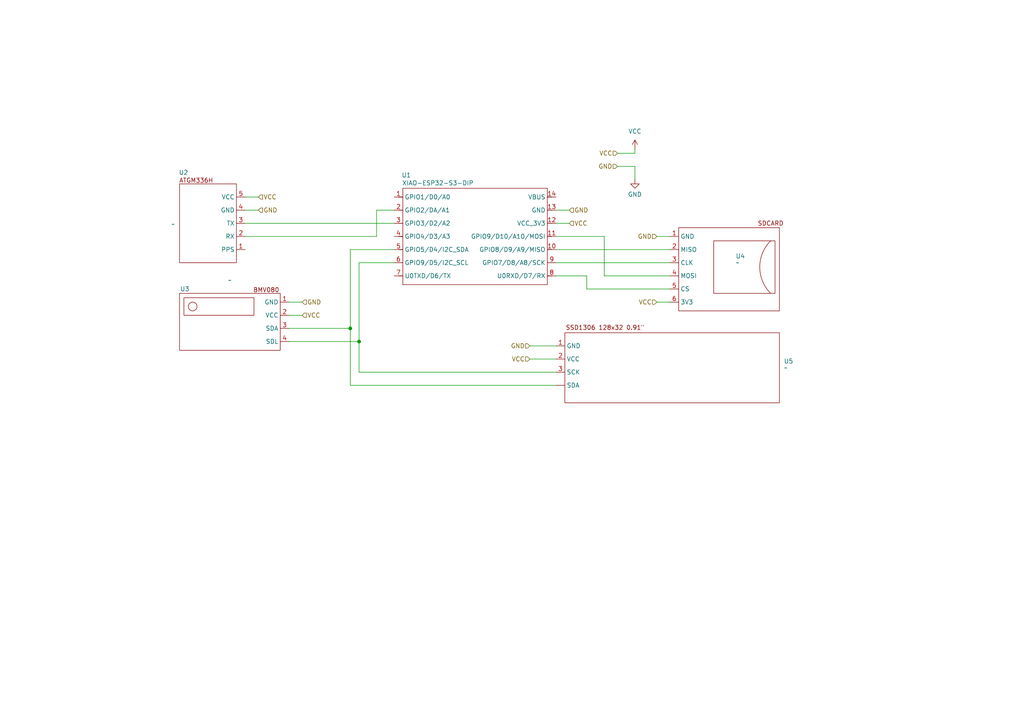
<source format=kicad_sch>
(kicad_sch (version 20250114) (generator "eeschema") (generator_version "9.0")
  (paper "A4")
  (lib_symbols
    (symbol "ParticulateMatters:ATGM336H"
      (property "Reference" "U" (at 0.508 1.27 0))
      (symbol "ATGM336H_0_1"
        (rectangle (start 0 0) (end 16.51 -22.86))
      )
      (symbol "ATGM336H_1_1"
        (text "ATGM336H" (at 11.684 1.016 0) (effects (font (size 1.27 1.27))))
        (pin passive line (at -2.54 -3.81 0) (length 2.54) (name "VCC") (number "5"))
        (pin passive line (at -2.54 -7.62 0) (length 2.54) (name "GND") (number "4"))
        (pin passive line (at -2.54 -11.43 0) (length 2.54) (name "TX") (number "3"))
        (pin passive line (at -2.54 -15.24 0) (length 2.54) (name "RX") (number "2"))
        (pin passive line (at -2.54 -19.05 0) (length 2.54) (name "PPS") (number "1"))
      )
    )
    (symbol "ParticulateMatters:BMV080"
      (property "Reference" "U" (at 0.762 1.016 0))
      (symbol "BMV080_0_1"
        (rectangle (start 0 0) (end 29.21 -16.51))
        (rectangle (start 1.27 -1.27) (end 21.59 -6.35))
        (circle (center 3.81 -3.81) (radius 1.27))
      )
      (symbol "BMV080_1_1"
        (text "BMV080" (at 25.146 1.016 0) (effects (font (size 1.27 1.27))))
        (pin passive line (at 31.75 -2.54 180) (length 2.54) (name "GND") (number "1"))
        (pin passive line (at 31.75 -6.35 180) (length 2.54) (name "VCC") (number "2"))
        (pin passive line (at 31.75 -10.16 180) (length 2.54) (name "SDA") (number "3"))
        (pin passive line (at 31.75 -13.97 180) (length 2.54) (name "SDL") (number "4"))
      )
    )
    (symbol "ParticulateMatters:SD_CARD"
      (property "Reference" "U" (at 0.254 1.016 0))
      (symbol "SD_CARD_0_1"
        (rectangle (start 0 0) (end 29.21 -24.13))
        (rectangle (start 10.16 -3.81) (end 27.94 -19.05))
        (arc (start 26.67 -19.05) (mid 23.5137 -11.43) (end 26.67 -3.81))
      )
      (symbol "SD_CARD_1_1"
        (text "SDCARD" (at 26.67 1.27 0) (effects (font (size 1.27 1.27))))
        (pin passive line (at -2.54 -2.54 0) (length 2.54) (name "GND") (number "1"))
        (pin passive line (at -2.54 -6.35 0) (length 2.54) (name "MISO") (number "2"))
        (pin passive line (at -2.54 -10.16 0) (length 2.54) (name "CLK") (number "3"))
        (pin passive line (at -2.54 -13.97 0) (length 2.54) (name "MOSI") (number "4"))
        (pin passive line (at -2.54 -17.78 0) (length 2.54) (name "CS") (number "5"))
        (pin passive line (at -2.54 -21.59 0) (length 2.54) (name "3V3") (number "6"))
      )
    )
    (symbol "ParticulateMatters:SSD1306_128x32_0.91"
      (property "Reference" "U" (at 1.016 1.27 0))
      (symbol "SSD1306_128x32_0.91_0_1"
        (rectangle (start 0 0) (end 62.23 -20.32))
      )
      (symbol "SSD1306_128x32_0.91_1_1"
        (text "SSD1306 128x32 0.91\"" (at 50.546 1.524 0) (effects (font (size 1.27 1.27))))
        (pin passive line (at 64.77 -3.81 180) (length 2.54) (name "GND") (number "1"))
        (pin passive line (at 64.77 -7.62 180) (length 2.54) (name "VCC") (number "2"))
        (pin passive line (at 64.77 -11.43 180) (length 2.54) (name "SCK") (number "3"))
        (pin passive line (at 64.77 -15.24 180) (length 2.54) (name "SDA") (number ""))
      )
    )
    (symbol "Seeed_Studio_XIAO_Series:XIAO-ESP32-S3-DIP"
      (property "Reference" "U" (at 1.27 0.508 0))
      (property "Value" "XIAO-ESP32-S3-DIP" (at 9.652 -1.778 0))
      (symbol "XIAO-ESP32-S3-DIP_1_0"
        (polyline (pts (xy 0 -2.54) (xy 41.91 -2.54)) (stroke (width 0.1524)))
        (polyline (pts (xy 0 -5.08) (xy -1.27 -5.08)) (stroke (width 0.1524)))
        (polyline (pts (xy 0 -5.08) (xy 0 -2.54)) (stroke (width 0.1524)))
        (polyline (pts (xy 0 -8.89) (xy -1.27 -8.89)) (stroke (width 0.1524)))
        (polyline (pts (xy 0 -8.89) (xy 0 -5.08)) (stroke (width 0.1524)))
        (polyline (pts (xy 0 -12.7) (xy -1.27 -12.7)) (stroke (width 0.1524)))
        (polyline (pts (xy 0 -12.7) (xy 0 -8.89)) (stroke (width 0.1524)))
        (polyline (pts (xy 0 -16.51) (xy -1.27 -16.51)) (stroke (width 0.1524)))
        (polyline (pts (xy 0 -16.51) (xy 0 -12.7)) (stroke (width 0.1524)))
        (polyline (pts (xy 0 -20.32) (xy -1.27 -20.32)) (stroke (width 0.1524)))
        (polyline (pts (xy 0 -24.13) (xy -1.27 -24.13)) (stroke (width 0.1524)))
        (polyline (pts (xy 0 -27.94) (xy -1.27 -27.94)) (stroke (width 0.1524)))
        (polyline (pts (xy 0 -30.48) (xy 0 -16.51)) (stroke (width 0.1524)))
        (polyline (pts (xy 41.91 -2.54) (xy 41.91 -5.08)) (stroke (width 0.1524)))
        (polyline (pts (xy 41.91 -5.08) (xy 41.91 -8.89)) (stroke (width 0.1524)))
        (polyline (pts (xy 41.91 -8.89) (xy 41.91 -12.7)) (stroke (width 0.1524)))
        (polyline (pts (xy 41.91 -12.7) (xy 41.91 -30.48)) (stroke (width 0.1524)))
        (polyline (pts (xy 41.91 -30.48) (xy 0 -30.48)) (stroke (width 0.1524)))
        (polyline (pts (xy 43.18 -5.08) (xy 41.91 -5.08)) (stroke (width 0.1524)))
        (polyline (pts (xy 43.18 -8.89) (xy 41.91 -8.89)) (stroke (width 0.1524)))
        (polyline (pts (xy 43.18 -12.7) (xy 41.91 -12.7)) (stroke (width 0.1524)))
        (polyline (pts (xy 43.18 -16.51) (xy 41.91 -16.51)) (stroke (width 0.1524)))
        (polyline (pts (xy 43.18 -20.32) (xy 41.91 -20.32)) (stroke (width 0.1524)))
        (polyline (pts (xy 43.18 -24.13) (xy 41.91 -24.13)) (stroke (width 0.1524)))
        (polyline (pts (xy 43.18 -27.94) (xy 41.91 -27.94)) (stroke (width 0.1524)))
        (pin passive line (at -2.54 -5.08 0) (length 2.54) (name "GPIO1/D0/A0") (number "1"))
        (pin passive line (at -2.54 -8.89 0) (length 2.54) (name "GPIO2/DA/A1") (number "2"))
        (pin passive line (at -2.54 -12.7 0) (length 2.54) (name "GPIO3/D2/A2") (number "3"))
        (pin passive line (at -2.54 -16.51 0) (length 2.54) (name "GPIO4/D3/A3") (number "4"))
        (pin passive line (at -2.54 -20.32 0) (length 2.54) (name "GPIO5/D4/I2C_SDA") (number "5"))
        (pin passive line (at -2.54 -24.13 0) (length 2.54) (name "GPIO9/D5/I2C_SCL") (number "6"))
        (pin passive line (at -2.54 -27.94 0) (length 2.54) (name "U0TXD/D6/TX") (number "7"))
        (pin passive line (at 44.45 -5.08 180) (length 2.54) (name "VBUS") (number "14"))
        (pin passive line (at 44.45 -8.89 180) (length 2.54) (name "GND") (number "13"))
        (pin passive line (at 44.45 -12.7 180) (length 2.54) (name "VCC_3V3") (number "12"))
        (pin passive line (at 44.45 -16.51 180) (length 2.54) (name "GPIO9/D10/A10/MOSI") (number "11"))
        (pin passive line (at 44.45 -20.32 180) (length 2.54) (name "GPIO8/D9/A9/MISO") (number "10"))
        (pin passive line (at 44.45 -24.13 180) (length 2.54) (name "GPIO7/D8/A8/SCK") (number "9"))
        (pin passive line (at 44.45 -27.94 180) (length 2.54) (name "U0RXD/D7/RX") (number "8"))
      )
    )
    (symbol "power:GND" (power) (pin_numbers (hide yes)) (pin_names (offset 0) (hide yes))
      (property "Value" "GND" (at 0 -3.81 0))
      (symbol "GND_0_1"
        (polyline (pts (xy 0 0) (xy 0 -1.27) (xy 1.27 -1.27) (xy 0 -2.54) (xy -1.27 -1.27) (xy 0 -1.27)))
      )
      (symbol "GND_1_1"
        (pin power_in line (at 0 0 270) (length 0) (name "~") (number "1"))
      )
    )
    (symbol "power:VCC" (power) (pin_numbers (hide yes)) (pin_names (offset 0) (hide yes))
      (property "Value" "VCC" (at 0 3.556 0))
      (symbol "VCC_0_1"
        (polyline (pts (xy -0.762 1.27) (xy 0 2.54)))
        (polyline (pts (xy 0 2.54) (xy 0.762 1.27)))
        (polyline (pts (xy 0 0) (xy 0 2.54)))
      )
      (symbol "VCC_1_1"
        (pin power_in line (at 0 0 90) (length 0) (name "~") (number "1"))
      )
    )
  )
  (junction (at 104.14 99.06))
  (junction (at 101.6 95.25))
  (wire (pts (xy 104.14 99.06) (xy 83.82 99.06)))
  (wire (pts (xy 71.12 60.96) (xy 74.93 60.96)))
  (wire (pts (xy 161.29 111.76) (xy 101.6 111.76)))
  (wire (pts (xy 161.29 76.2) (xy 194.31 76.2)))
  (wire (pts (xy 101.6 95.25) (xy 83.82 95.25)))
  (wire (pts (xy 101.6 72.39) (xy 101.6 95.25)))
  (wire (pts (xy 71.12 57.15) (xy 74.93 57.15)))
  (wire (pts (xy 71.12 64.77) (xy 114.3 64.77)))
  (wire (pts (xy 179.07 48.26) (xy 184.15 48.26)))
  (wire (pts (xy 104.14 76.2) (xy 114.3 76.2)))
  (wire (pts (xy 153.67 100.33) (xy 161.29 100.33)))
  (wire (pts (xy 153.67 104.14) (xy 161.29 104.14)))
  (wire (pts (xy 161.29 68.58) (xy 175.26 68.58)))
  (wire (pts (xy 104.14 76.2) (xy 104.14 99.06)))
  (wire (pts (xy 190.5 87.63) (xy 194.31 87.63)))
  (wire (pts (xy 83.82 91.44) (xy 87.63 91.44)))
  (wire (pts (xy 101.6 111.76) (xy 101.6 95.25)))
  (wire (pts (xy 170.18 83.82) (xy 170.18 80.01)))
  (wire (pts (xy 190.5 68.58) (xy 194.31 68.58)))
  (wire (pts (xy 170.18 83.82) (xy 194.31 83.82)))
  (wire (pts (xy 161.29 107.95) (xy 104.14 107.95)))
  (wire (pts (xy 161.29 72.39) (xy 194.31 72.39)))
  (wire (pts (xy 101.6 72.39) (xy 114.3 72.39)))
  (wire (pts (xy 83.82 87.63) (xy 87.63 87.63)))
  (wire (pts (xy 175.26 80.01) (xy 194.31 80.01)))
  (wire (pts (xy 161.29 60.96) (xy 165.1 60.96)))
  (wire (pts (xy 170.18 80.01) (xy 161.29 80.01)))
  (wire (pts (xy 109.22 68.58) (xy 109.22 60.96)))
  (wire (pts (xy 109.22 60.96) (xy 114.3 60.96)))
  (wire (pts (xy 161.29 64.77) (xy 165.1 64.77)))
  (wire (pts (xy 184.15 48.26) (xy 184.15 52.07)))
  (wire (pts (xy 184.15 44.45) (xy 179.07 44.45)))
  (wire (pts (xy 71.12 68.58) (xy 109.22 68.58)))
  (wire (pts (xy 184.15 43.18) (xy 184.15 44.45)))
  (wire (pts (xy 104.14 107.95) (xy 104.14 99.06)))
  (wire (pts (xy 175.26 68.58) (xy 175.26 80.01)))
  (hierarchical_label "GND" (shape input) (at 153.67 100.33 180))
  (hierarchical_label "GND" (shape input) (at 74.93 60.96 0))
  (hierarchical_label "GND" (shape input) (at 165.1 60.96 0))
  (hierarchical_label "VCC" (shape input) (at 153.67 104.14 180))
  (hierarchical_label "GND" (shape input) (at 179.07 48.26 180))
  (hierarchical_label "VCC" (shape input) (at 190.5 87.63 180))
  (hierarchical_label "VCC" (shape input) (at 165.1 64.77 0))
  (hierarchical_label "GND" (shape input) (at 190.5 68.58 180))
  (hierarchical_label "VCC" (shape input) (at 74.93 57.15 0))
  (hierarchical_label "GND" (shape input) (at 87.63 87.63 0))
  (hierarchical_label "VCC" (shape input) (at 87.63 91.44 0))
  (hierarchical_label "VCC" (shape input) (at 179.07 44.45 180))
  (symbol (lib_id "ParticulateMatters:BMV080") (at 52.07 85.09 0) (unit 1)
    (property "Reference" "U3" (at 53.594 83.82 0))
    (property "Value" "~" (at 66.675 81.28 0))
    (property "Footprint" "Connector_JST:JST_SH_SM04B-SRSS-TB_1x04-1MP_P1.00mm_Horizontal" (effects (hide yes)))
  )
  (symbol (lib_id "ParticulateMatters:SSD1306_128x32_0.91") (at 226.06 96.52 0) (mirror y) (unit 1)
    (property "Reference" "U5" (at 227.33 104.7721 0) (effects (justify right)))
    (property "Value" "~" (at 227.33 106.6772 0) (effects (justify right)))
  )
  (symbol (lib_id "power:VCC") (at 184.15 43.18 0) (unit 1)
    (property "Reference" "#PWR08" (effects (hide yes)))
    (property "Value" "VCC" (at 184.15 38.1 0))
    (property "Description" "Power symbol creates a global label with name \"VCC\"" (effects (hide yes)))
  )
  (symbol (lib_id "Seeed_Studio_XIAO_Series:XIAO-ESP32-S3-DIP") (at 116.84 52.07 0) (unit 1)
    (property "Reference" "U1" (at 117.856 50.8 0))
    (property "Value" "XIAO-ESP32-S3-DIP" (at 127 53.086 0))
    (property "Footprint" "Seeed Studio XIAO Series Library:XIAO-ESP32S3-DIP" (effects (hide yes)))
  )
  (symbol (lib_id "power:GND") (at 184.15 52.07 0) (unit 1)
    (property "Reference" "#PWR04" (effects (hide yes)))
    (property "Value" "GND" (at 186.182 56.388 0) (effects (justify right)))
    (property "Description" "Power symbol creates a global label with name \"GND\" , ground" (effects (hide yes)))
  )
  (symbol (lib_id "ParticulateMatters:ATGM336H") (at 68.58 53.34 0) (mirror y) (unit 1)
    (property "Reference" "U2" (at 54.61 50.038 0) (effects (justify left)))
    (property "Value" "~" (at 50.8 65.0212 0) (effects (justify left)))
    (property "Footprint" "Connector_PinSocket_2.54mm:PinSocket_1x05_P2.54mm_Vertical" (effects (hide yes)))
  )
  (symbol (lib_id "ParticulateMatters:SD_CARD") (at 196.85 66.04 0) (unit 1)
    (property "Reference" "U4" (at 213.36 74.2949 0) (effects (justify left)))
    (property "Value" "~" (at 213.36 76.2 0) (effects (justify left)))
    (property "Footprint" "Connector_PinSocket_2.54mm:PinSocket_1x06_P2.54mm_Vertical" (effects (hide yes)))
  )
)
</source>
